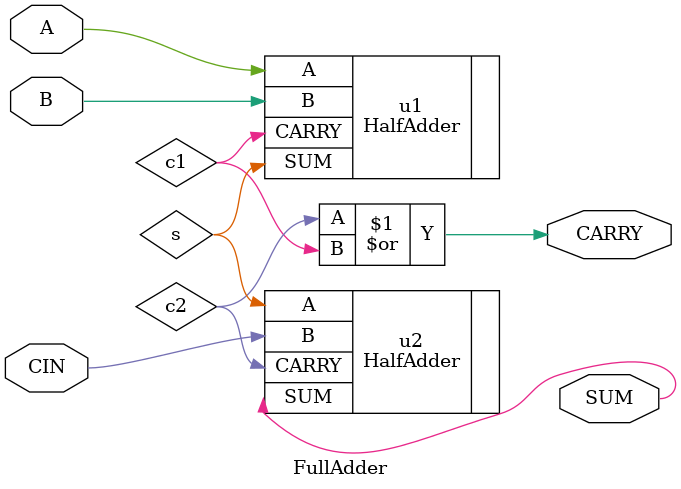
<source format=v>
`timescale 1ns / 1ps
module FullAdder(
    input A,
    input B,
    input CIN,
    output SUM,
    output CARRY
    );
 
 wire s;
 wire c1;
 wire c2;
 
 

 HalfAdder u1 (
		.A(A), 
		.B(B), 
		.SUM(s), 
		.CARRY(c1)
	);
HalfAdder u2 (
		.A(s), 
		.B(CIN), 
		.SUM(SUM), 
		.CARRY(c2)
	);

 assign CARRY = (c2 | c1);

endmodule

</source>
